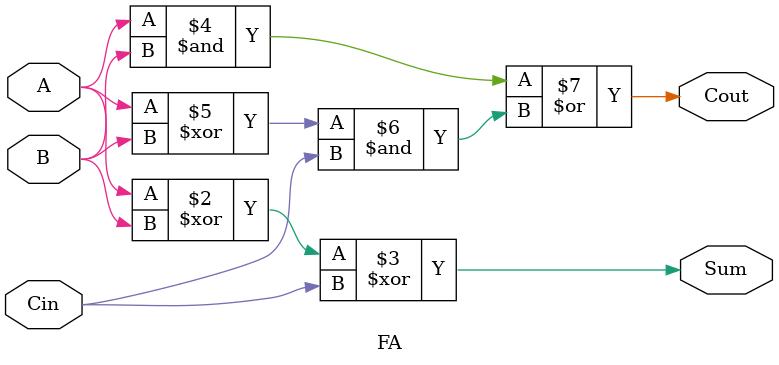
<source format=v>
`timescale 1ns / 1ps


module FA(
A,
B,
Cin,
Cout,
Sum
    );
    
    input wire A,B,Cin;
    output  reg Sum, Cout;
    
    always @(A or B or Cin)
    begin
        Sum = A ^ B ^ Cin;
        Cout = A&B | (A^B) & Cin;
    end
endmodule

</source>
